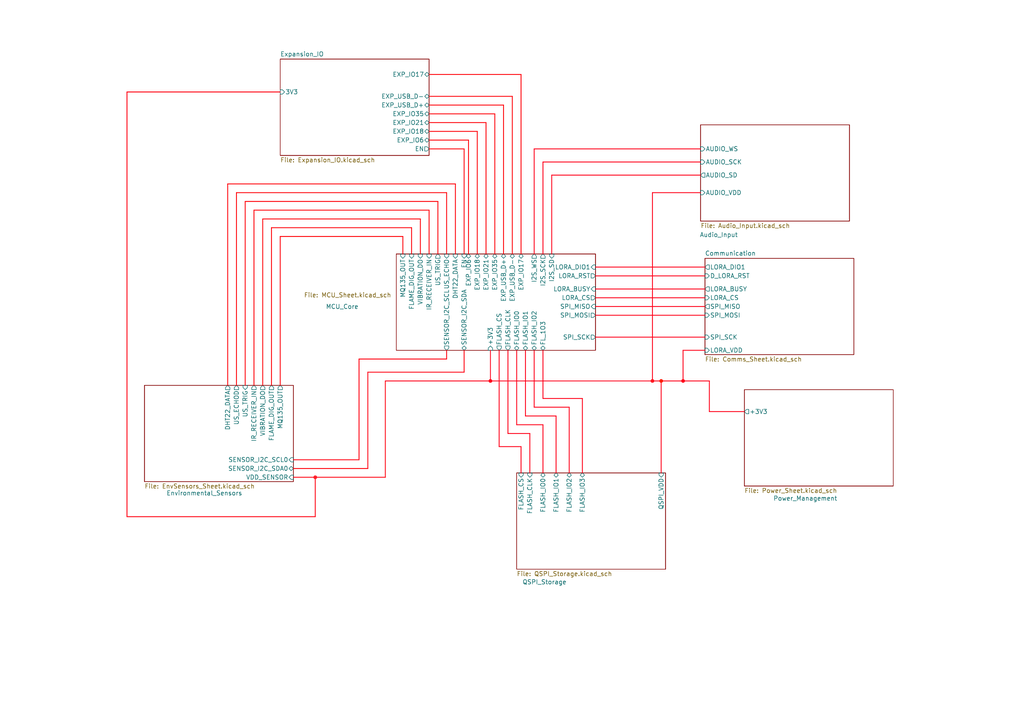
<source format=kicad_sch>
(kicad_sch
	(version 20250114)
	(generator "eeschema")
	(generator_version "9.0")
	(uuid "585dc905-ec5f-492d-84ec-1a3c89419c03")
	(paper "A4")
	(lib_symbols)
	(junction
		(at 191.77 110.49)
		(diameter 0)
		(color 255 19 0 1)
		(uuid "1b12b038-49e9-49c0-92f6-689954acbe16")
	)
	(junction
		(at 198.12 110.49)
		(diameter 0)
		(color 255 0 15 1)
		(uuid "2fc00ae3-4c94-44c6-bb69-6d904c45cfbb")
	)
	(junction
		(at 189.23 110.49)
		(diameter 0)
		(color 255 14 23 1)
		(uuid "7df16d02-fb01-4a9f-9368-648b6f32d177")
	)
	(junction
		(at 91.44 138.43)
		(diameter 0)
		(color 255 21 32 1)
		(uuid "b71d4e9e-d5ba-43db-ab62-dbccb2e4e02b")
	)
	(junction
		(at 142.24 110.49)
		(diameter 0)
		(color 255 3 19 1)
		(uuid "e72aafc9-bbe3-4717-966a-76a849441233")
	)
	(wire
		(pts
			(xy 124.46 43.18) (xy 134.62 43.18)
		)
		(stroke
			(width 0.254)
			(type default)
			(color 255 2 9 1)
		)
		(uuid "01ebe05a-d3ae-4f20-b867-0e74bc4b1d05")
	)
	(wire
		(pts
			(xy 154.94 118.11) (xy 165.1 118.11)
		)
		(stroke
			(width 0.254)
			(type default)
			(color 255 0 24 1)
		)
		(uuid "055695a2-eb1b-45f8-ab30-fcb83ee71e9f")
	)
	(wire
		(pts
			(xy 157.48 123.19) (xy 157.48 137.16)
		)
		(stroke
			(width 0.254)
			(type default)
			(color 255 0 24 1)
		)
		(uuid "06b7643d-10b7-4393-b91b-f12d529bad70")
	)
	(wire
		(pts
			(xy 91.44 138.43) (xy 111.76 138.43)
		)
		(stroke
			(width 0.254)
			(type default)
			(color 255 0 15 1)
		)
		(uuid "06beca5a-89a7-4b10-94fa-94addf792e8e")
	)
	(wire
		(pts
			(xy 147.32 101.6) (xy 147.32 125.73)
		)
		(stroke
			(width 0.254)
			(type default)
			(color 255 0 24 1)
		)
		(uuid "07438b11-6267-4d7a-b278-bc1bfaa55eda")
	)
	(wire
		(pts
			(xy 146.05 30.48) (xy 146.05 73.66)
		)
		(stroke
			(width 0.254)
			(type default)
			(color 255 2 9 1)
		)
		(uuid "0d40b691-9503-4cb5-9e7b-aaad2f5228c8")
	)
	(wire
		(pts
			(xy 172.72 77.47) (xy 204.47 77.47)
		)
		(stroke
			(width 0.254)
			(type default)
			(color 255 0 24 1)
		)
		(uuid "136703f4-391f-4241-a1da-5851e648d219")
	)
	(wire
		(pts
			(xy 132.08 53.34) (xy 132.08 73.66)
		)
		(stroke
			(width 0.254)
			(type default)
			(color 255 2 9 1)
		)
		(uuid "199cf6e2-d412-4b6b-b299-c7bb3c118100")
	)
	(wire
		(pts
			(xy 157.48 46.99) (xy 203.2 46.99)
		)
		(stroke
			(width 0.254)
			(type default)
			(color 255 0 24 1)
		)
		(uuid "1a42c3a9-e378-4080-b9b2-b011a14cc407")
	)
	(wire
		(pts
			(xy 124.46 30.48) (xy 146.05 30.48)
		)
		(stroke
			(width 0.254)
			(type default)
			(color 255 2 9 1)
		)
		(uuid "1dfc7240-561a-4cfe-9d38-f0a5c7f82fc9")
	)
	(wire
		(pts
			(xy 76.2 63.5) (xy 76.2 111.76)
		)
		(stroke
			(width 0.254)
			(type default)
			(color 255 2 9 1)
		)
		(uuid "21ee7e38-cd22-441a-898a-ee625e8512f3")
	)
	(wire
		(pts
			(xy 106.68 135.89) (xy 85.09 135.89)
		)
		(stroke
			(width 0.254)
			(type default)
			(color 255 5 14 1)
		)
		(uuid "22a2d009-6ef9-4825-ac43-505b712fe2c2")
	)
	(wire
		(pts
			(xy 140.97 35.56) (xy 140.97 73.66)
		)
		(stroke
			(width 0.254)
			(type default)
			(color 255 2 9 1)
		)
		(uuid "247676f4-d1e3-4330-aa2f-6345b712e8eb")
	)
	(wire
		(pts
			(xy 135.89 40.64) (xy 135.89 73.66)
		)
		(stroke
			(width 0.254)
			(type default)
			(color 255 2 9 1)
		)
		(uuid "2a1c9a4f-b1c5-41c4-8953-0ceeec6248f6")
	)
	(wire
		(pts
			(xy 73.66 60.96) (xy 124.46 60.96)
		)
		(stroke
			(width 0.254)
			(type default)
			(color 255 2 9 1)
		)
		(uuid "346647b2-3ef9-4bee-9f6e-cc38befd6fd9")
	)
	(wire
		(pts
			(xy 124.46 40.64) (xy 135.89 40.64)
		)
		(stroke
			(width 0.254)
			(type default)
			(color 255 2 9 1)
		)
		(uuid "34afedee-3c70-4948-9d72-6c1864f57461")
	)
	(wire
		(pts
			(xy 168.91 115.57) (xy 168.91 137.16)
		)
		(stroke
			(width 0.254)
			(type default)
			(color 255 0 24 1)
		)
		(uuid "376fa4d0-85eb-4367-b8f0-f7babd4c586b")
	)
	(wire
		(pts
			(xy 106.68 107.95) (xy 106.68 135.89)
		)
		(stroke
			(width 0.254)
			(type default)
			(color 255 5 20 1)
		)
		(uuid "3a0a34de-75eb-4a06-b1d0-8751d6e48274")
	)
	(wire
		(pts
			(xy 144.78 101.6) (xy 144.78 129.54)
		)
		(stroke
			(width 0.254)
			(type default)
			(color 255 0 24 1)
		)
		(uuid "3bcc35a2-a113-4915-9ce6-05fcf3f128b0")
	)
	(wire
		(pts
			(xy 78.74 66.04) (xy 78.74 111.76)
		)
		(stroke
			(width 0.254)
			(type default)
			(color 255 2 9 1)
		)
		(uuid "3de67c4d-5436-4a7d-9161-4a18c6995632")
	)
	(wire
		(pts
			(xy 104.14 104.14) (xy 129.54 104.14)
		)
		(stroke
			(width 0.254)
			(type default)
			(color 255 0 15 1)
		)
		(uuid "3e108af9-44d4-4a99-bc71-81c37695ff64")
	)
	(wire
		(pts
			(xy 124.46 60.96) (xy 124.46 73.66)
		)
		(stroke
			(width 0.254)
			(type default)
			(color 255 2 9 1)
		)
		(uuid "3e93fd2c-44a1-4324-bbac-2f7cc82550e5")
	)
	(wire
		(pts
			(xy 152.4 120.65) (xy 161.29 120.65)
		)
		(stroke
			(width 0.254)
			(type default)
			(color 255 0 24 1)
		)
		(uuid "41d85b5b-240a-4926-9e6e-cc79f1ac19af")
	)
	(wire
		(pts
			(xy 191.77 110.49) (xy 191.77 137.16)
		)
		(stroke
			(width 0.254)
			(type default)
			(color 255 0 24 1)
		)
		(uuid "4368a034-aa06-48cd-baac-7a42e71239f8")
	)
	(wire
		(pts
			(xy 205.74 110.49) (xy 205.74 119.38)
		)
		(stroke
			(width 0.254)
			(type default)
			(color 255 0 24 1)
		)
		(uuid "43a6778e-1adb-40d0-8daf-9f905a550017")
	)
	(wire
		(pts
			(xy 205.74 119.38) (xy 215.9 119.38)
		)
		(stroke
			(width 0.254)
			(type default)
			(color 255 0 24 1)
		)
		(uuid "44746968-7206-4025-bd2e-1823845a9c4d")
	)
	(wire
		(pts
			(xy 198.12 101.6) (xy 204.47 101.6)
		)
		(stroke
			(width 0.254)
			(type default)
			(color 255 0 24 1)
		)
		(uuid "451d1a86-c5f3-45d9-b68b-d695e119f24b")
	)
	(wire
		(pts
			(xy 165.1 118.11) (xy 165.1 137.16)
		)
		(stroke
			(width 0.254)
			(type default)
			(color 255 0 24 1)
		)
		(uuid "4635c2af-8c1a-4f59-ba1b-76cb82fcb0a6")
	)
	(wire
		(pts
			(xy 149.86 123.19) (xy 157.48 123.19)
		)
		(stroke
			(width 0.254)
			(type default)
			(color 255 0 24 1)
		)
		(uuid "466c6d81-0dee-4d5f-abc3-6ba712528b72")
	)
	(wire
		(pts
			(xy 36.83 149.86) (xy 36.83 26.67)
		)
		(stroke
			(width 0.254)
			(type default)
			(color 255 0 15 1)
		)
		(uuid "48c033ac-96fb-42e1-9983-0a55527022c1")
	)
	(wire
		(pts
			(xy 91.44 138.43) (xy 91.44 149.86)
		)
		(stroke
			(width 0.254)
			(type default)
			(color 255 0 15 1)
		)
		(uuid "4b5df93b-b705-405d-ae4b-02e0ae9ef3b6")
	)
	(wire
		(pts
			(xy 68.58 55.88) (xy 129.54 55.88)
		)
		(stroke
			(width 0.254)
			(type default)
			(color 255 2 9 1)
		)
		(uuid "4e79ef8f-1b1d-4f75-840b-2313370c6a94")
	)
	(wire
		(pts
			(xy 134.62 101.6) (xy 134.62 107.95)
		)
		(stroke
			(width 0.254)
			(type default)
			(color 255 0 12 1)
		)
		(uuid "51a499b5-f90c-4680-ba8a-d41bf0c6a8a9")
	)
	(wire
		(pts
			(xy 134.62 43.18) (xy 134.62 73.66)
		)
		(stroke
			(width 0.254)
			(type default)
			(color 255 2 9 1)
		)
		(uuid "52b21e18-6485-4a8a-9443-4371195d9995")
	)
	(wire
		(pts
			(xy 154.94 43.18) (xy 154.94 73.66)
		)
		(stroke
			(width 0.254)
			(type default)
			(color 255 0 24 1)
		)
		(uuid "543a7e91-74aa-4da1-9ba7-f3a1060853bf")
	)
	(wire
		(pts
			(xy 191.77 110.49) (xy 198.12 110.49)
		)
		(stroke
			(width 0.254)
			(type default)
			(color 255 0 24 1)
		)
		(uuid "5664e637-b376-4133-ba49-b383260f7413")
	)
	(wire
		(pts
			(xy 154.94 101.6) (xy 154.94 118.11)
		)
		(stroke
			(width 0.254)
			(type default)
			(color 255 0 24 1)
		)
		(uuid "5da4ecee-99b8-4711-bc01-09e551f8c231")
	)
	(wire
		(pts
			(xy 154.94 43.18) (xy 203.2 43.18)
		)
		(stroke
			(width 0.254)
			(type default)
			(color 255 0 24 1)
		)
		(uuid "5e23d515-3adb-4d87-8d2d-55110105e110")
	)
	(wire
		(pts
			(xy 111.76 110.49) (xy 142.24 110.49)
		)
		(stroke
			(width 0.254)
			(type default)
			(color 255 0 24 1)
		)
		(uuid "61c27915-74de-41e3-97d3-851403ebea13")
	)
	(wire
		(pts
			(xy 91.44 149.86) (xy 36.83 149.86)
		)
		(stroke
			(width 0.254)
			(type default)
			(color 255 0 15 1)
		)
		(uuid "6805f729-692e-48da-b32b-03bad1dfa946")
	)
	(wire
		(pts
			(xy 127 58.42) (xy 127 73.66)
		)
		(stroke
			(width 0.254)
			(type default)
			(color 255 2 9 1)
		)
		(uuid "699c5b69-0f48-4ad8-884f-87018ad369e9")
	)
	(wire
		(pts
			(xy 172.72 86.36) (xy 204.47 86.36)
		)
		(stroke
			(width 0.254)
			(type default)
			(color 255 0 24 1)
		)
		(uuid "6aca2341-74eb-41ca-b03b-9e4d3f594582")
	)
	(wire
		(pts
			(xy 76.2 63.5) (xy 121.92 63.5)
		)
		(stroke
			(width 0.254)
			(type default)
			(color 255 2 9 1)
		)
		(uuid "6cc1d599-b2b3-48cb-a9ea-4b2c9c8851fe")
	)
	(wire
		(pts
			(xy 129.54 55.88) (xy 129.54 73.66)
		)
		(stroke
			(width 0.254)
			(type default)
			(color 255 2 9 1)
		)
		(uuid "73fc8075-7be1-4601-95db-8b5e5a5678fc")
	)
	(wire
		(pts
			(xy 153.67 125.73) (xy 153.67 137.16)
		)
		(stroke
			(width 0.254)
			(type default)
			(color 255 0 24 1)
		)
		(uuid "7639dac4-d838-435f-a8ef-457fffe911c5")
	)
	(wire
		(pts
			(xy 142.24 110.49) (xy 142.24 101.6)
		)
		(stroke
			(width 0.254)
			(type default)
			(color 255 17 41 1)
		)
		(uuid "765f1fb1-b13e-4903-8241-cd6d25907a4d")
	)
	(wire
		(pts
			(xy 138.43 38.1) (xy 138.43 73.66)
		)
		(stroke
			(width 0.254)
			(type default)
			(color 255 2 9 1)
		)
		(uuid "780cb9f4-2e88-4c64-ba90-b5b30bbaa3d2")
	)
	(wire
		(pts
			(xy 160.02 50.8) (xy 160.02 73.66)
		)
		(stroke
			(width 0.254)
			(type default)
			(color 255 0 24 1)
		)
		(uuid "78415f06-1288-4069-8d3b-0fa169f65554")
	)
	(wire
		(pts
			(xy 134.62 107.95) (xy 106.68 107.95)
		)
		(stroke
			(width 0.254)
			(type default)
			(color 255 3 20 1)
		)
		(uuid "7f87852d-2852-41e4-9714-d7dd3197cbc1")
	)
	(wire
		(pts
			(xy 172.72 97.79) (xy 204.47 97.79)
		)
		(stroke
			(width 0.254)
			(type default)
			(color 255 0 24 1)
		)
		(uuid "80e99cdc-336d-4e58-83c3-1a89ce923dc8")
	)
	(wire
		(pts
			(xy 121.92 63.5) (xy 121.92 73.66)
		)
		(stroke
			(width 0.254)
			(type default)
			(color 255 2 9 1)
		)
		(uuid "8441881b-344c-4d1d-b6f8-651ffa49fe18")
	)
	(wire
		(pts
			(xy 71.12 58.42) (xy 71.12 111.76)
		)
		(stroke
			(width 0.254)
			(type default)
			(color 255 2 9 1)
		)
		(uuid "8491675f-c2e8-42b9-b77a-79d75d32c76a")
	)
	(wire
		(pts
			(xy 172.72 80.01) (xy 204.47 80.01)
		)
		(stroke
			(width 0.254)
			(type default)
			(color 255 0 24 1)
		)
		(uuid "8841c3b9-bd7f-4200-8065-5692be444f7f")
	)
	(wire
		(pts
			(xy 111.76 138.43) (xy 111.76 110.49)
		)
		(stroke
			(width 0.254)
			(type default)
			(color 255 9 21 1)
		)
		(uuid "8f727aac-2018-468e-8b3f-d689055c2ac5")
	)
	(wire
		(pts
			(xy 161.29 120.65) (xy 161.29 137.16)
		)
		(stroke
			(width 0.254)
			(type default)
			(color 255 0 24 1)
		)
		(uuid "943e9724-e962-4999-94fe-18158832fd52")
	)
	(wire
		(pts
			(xy 81.28 68.58) (xy 116.84 68.58)
		)
		(stroke
			(width 0.254)
			(type default)
			(color 255 2 9 1)
		)
		(uuid "981fcc27-0897-40ed-86d8-183dcfb83181")
	)
	(wire
		(pts
			(xy 116.84 68.58) (xy 116.84 73.66)
		)
		(stroke
			(width 0.254)
			(type default)
			(color 255 2 9 1)
		)
		(uuid "9b0a07d1-5a21-491e-b600-32790c04f015")
	)
	(wire
		(pts
			(xy 143.51 33.02) (xy 143.51 73.66)
		)
		(stroke
			(width 0.254)
			(type default)
			(color 255 2 9 1)
		)
		(uuid "9b51f583-4d56-4649-a840-03183e7a6c43")
	)
	(wire
		(pts
			(xy 68.58 55.88) (xy 68.58 111.76)
		)
		(stroke
			(width 0.254)
			(type default)
			(color 255 2 9 1)
		)
		(uuid "9bec21db-be68-4667-a210-2b1fa22c9cd7")
	)
	(wire
		(pts
			(xy 157.48 46.99) (xy 157.48 73.66)
		)
		(stroke
			(width 0.254)
			(type default)
			(color 255 0 24 1)
		)
		(uuid "9d4fe6b9-4540-433d-a072-94ebc6c2ce4f")
	)
	(wire
		(pts
			(xy 124.46 21.59) (xy 151.13 21.59)
		)
		(stroke
			(width 0.254)
			(type default)
			(color 255 2 9 1)
		)
		(uuid "a0ea0c4b-cfd1-4dad-bd17-bf0c3427476a")
	)
	(wire
		(pts
			(xy 160.02 50.8) (xy 203.2 50.8)
		)
		(stroke
			(width 0.254)
			(type default)
			(color 255 0 24 1)
		)
		(uuid "a3478ff8-c22b-4429-a44a-79201b2d297d")
	)
	(wire
		(pts
			(xy 148.59 27.94) (xy 148.59 73.66)
		)
		(stroke
			(width 0.254)
			(type default)
			(color 255 2 9 1)
		)
		(uuid "a55ab137-c78a-47d7-9749-118b3167de1b")
	)
	(wire
		(pts
			(xy 172.72 88.9) (xy 204.47 88.9)
		)
		(stroke
			(width 0.254)
			(type default)
			(color 255 0 24 1)
		)
		(uuid "ab684758-5399-474a-81db-d99891650318")
	)
	(wire
		(pts
			(xy 85.09 138.43) (xy 91.44 138.43)
		)
		(stroke
			(width 0.254)
			(type default)
			(color 255 0 15 1)
		)
		(uuid "b25b119f-ccbf-4af8-8fd4-6011251a582e")
	)
	(wire
		(pts
			(xy 189.23 110.49) (xy 191.77 110.49)
		)
		(stroke
			(width 0.254)
			(type default)
			(color 255 0 24 1)
		)
		(uuid "b465dfcf-6509-4254-a4ed-43ff4072c6c4")
	)
	(wire
		(pts
			(xy 189.23 55.88) (xy 189.23 110.49)
		)
		(stroke
			(width 0.254)
			(type default)
			(color 255 0 24 1)
		)
		(uuid "b4a5adae-74e3-4c7c-bc0a-5e248dc2b3d3")
	)
	(wire
		(pts
			(xy 81.28 68.58) (xy 81.28 111.76)
		)
		(stroke
			(width 0.254)
			(type default)
			(color 255 2 9 1)
		)
		(uuid "b53dbf06-f373-4c0f-821c-65bca6bb4a03")
	)
	(wire
		(pts
			(xy 198.12 110.49) (xy 198.12 101.6)
		)
		(stroke
			(width 0.254)
			(type default)
			(color 255 0 24 1)
		)
		(uuid "b92038b6-10e0-4d2b-b3db-14ad27f79bc4")
	)
	(wire
		(pts
			(xy 124.46 27.94) (xy 148.59 27.94)
		)
		(stroke
			(width 0.254)
			(type default)
			(color 255 2 9 1)
		)
		(uuid "bac51319-8233-4b7f-b80a-fe645d410320")
	)
	(wire
		(pts
			(xy 124.46 35.56) (xy 140.97 35.56)
		)
		(stroke
			(width 0.254)
			(type default)
			(color 255 2 9 1)
		)
		(uuid "bd0c40a9-a22a-4f13-a6de-007f31dbb549")
	)
	(wire
		(pts
			(xy 189.23 55.88) (xy 203.2 55.88)
		)
		(stroke
			(width 0.254)
			(type default)
			(color 255 0 24 1)
		)
		(uuid "bd16b10a-3c15-4dd1-a71e-288773905bf4")
	)
	(wire
		(pts
			(xy 172.72 83.82) (xy 204.47 83.82)
		)
		(stroke
			(width 0.254)
			(type default)
			(color 255 0 24 1)
		)
		(uuid "bda1c6c8-853f-4903-8ad5-7fae60643bca")
	)
	(wire
		(pts
			(xy 153.67 125.73) (xy 147.32 125.73)
		)
		(stroke
			(width 0.254)
			(type default)
			(color 255 0 24 1)
		)
		(uuid "bdef04e5-dee3-4032-bf22-d667a3358960")
	)
	(wire
		(pts
			(xy 124.46 33.02) (xy 143.51 33.02)
		)
		(stroke
			(width 0.254)
			(type default)
			(color 255 2 9 1)
		)
		(uuid "bece491c-5251-4833-850e-fd84221e95b9")
	)
	(wire
		(pts
			(xy 198.12 110.49) (xy 205.74 110.49)
		)
		(stroke
			(width 0.254)
			(type default)
			(color 255 0 24 1)
		)
		(uuid "bf937cbf-1577-47c1-a660-68d560aca602")
	)
	(wire
		(pts
			(xy 119.38 66.04) (xy 119.38 73.66)
		)
		(stroke
			(width 0.254)
			(type default)
			(color 255 2 9 1)
		)
		(uuid "c0605823-3e02-45ff-ba2a-513d04790a0a")
	)
	(wire
		(pts
			(xy 157.48 101.6) (xy 157.48 115.57)
		)
		(stroke
			(width 0.254)
			(type default)
			(color 255 0 24 1)
		)
		(uuid "c1bfe536-a04e-42b9-8532-2c1b160b5b8f")
	)
	(wire
		(pts
			(xy 157.48 115.57) (xy 168.91 115.57)
		)
		(stroke
			(width 0.254)
			(type default)
			(color 255 0 24 1)
		)
		(uuid "c4b9a7c1-1f9c-44db-ae3d-16aa1861a866")
	)
	(wire
		(pts
			(xy 78.74 66.04) (xy 119.38 66.04)
		)
		(stroke
			(width 0.254)
			(type default)
			(color 255 2 9 1)
		)
		(uuid "c4e18c2b-8f5d-4711-8d06-d3c4af363407")
	)
	(wire
		(pts
			(xy 149.86 101.6) (xy 149.86 123.19)
		)
		(stroke
			(width 0.254)
			(type default)
			(color 255 0 24 1)
		)
		(uuid "c68a5945-51a3-434d-ab88-3c6052a2fceb")
	)
	(wire
		(pts
			(xy 73.66 60.96) (xy 73.66 111.76)
		)
		(stroke
			(width 0.254)
			(type default)
			(color 255 2 9 1)
		)
		(uuid "ccc19a71-91ee-4395-bb43-11078a52e28c")
	)
	(wire
		(pts
			(xy 85.09 133.35) (xy 104.14 133.35)
		)
		(stroke
			(width 0.254)
			(type default)
			(color 255 0 15 1)
		)
		(uuid "ccfebb51-cd5e-45fa-a090-4ad1f7d5066f")
	)
	(wire
		(pts
			(xy 152.4 101.6) (xy 152.4 120.65)
		)
		(stroke
			(width 0.254)
			(type default)
			(color 255 0 24 1)
		)
		(uuid "ce333987-cbbd-471e-b1fa-e0d81222bf8f")
	)
	(wire
		(pts
			(xy 36.83 26.67) (xy 81.28 26.67)
		)
		(stroke
			(width 0.254)
			(type default)
			(color 255 0 15 1)
		)
		(uuid "d6e42e6c-e372-4344-b2a3-f9d9910ac562")
	)
	(wire
		(pts
			(xy 124.46 38.1) (xy 138.43 38.1)
		)
		(stroke
			(width 0.254)
			(type default)
			(color 255 2 9 1)
		)
		(uuid "d73bcf3d-3b44-4ac5-aa59-928b6631c8ab")
	)
	(wire
		(pts
			(xy 66.04 53.34) (xy 132.08 53.34)
		)
		(stroke
			(width 0.254)
			(type default)
			(color 255 2 9 1)
		)
		(uuid "db3bb589-fbcb-4420-93ca-4f8e97e8afb3")
	)
	(wire
		(pts
			(xy 66.04 53.34) (xy 66.04 111.76)
		)
		(stroke
			(width 0.254)
			(type default)
			(color 255 2 9 1)
		)
		(uuid "e0b2301c-8b3d-4b7f-b4d1-16702f6f35a1")
	)
	(wire
		(pts
			(xy 144.78 129.54) (xy 151.13 129.54)
		)
		(stroke
			(width 0.254)
			(type default)
			(color 255 0 24 1)
		)
		(uuid "e47054ac-21de-4792-859a-3b74003ada50")
	)
	(wire
		(pts
			(xy 172.72 91.44) (xy 204.47 91.44)
		)
		(stroke
			(width 0.254)
			(type default)
			(color 255 0 24 1)
		)
		(uuid "e610a503-d85a-449c-bd24-dc8136120ba2")
	)
	(wire
		(pts
			(xy 71.12 58.42) (xy 127 58.42)
		)
		(stroke
			(width 0.254)
			(type default)
			(color 255 2 9 1)
		)
		(uuid "e6e94683-a74a-47f5-b8b9-a5234a602a65")
	)
	(wire
		(pts
			(xy 151.13 21.59) (xy 151.13 73.66)
		)
		(stroke
			(width 0.254)
			(type default)
			(color 255 2 9 1)
		)
		(uuid "ea6db27f-d742-47ad-8b41-35c9a1816b0f")
	)
	(wire
		(pts
			(xy 151.13 129.54) (xy 151.13 137.16)
		)
		(stroke
			(width 0.254)
			(type default)
			(color 255 0 24 1)
		)
		(uuid "f9357238-0411-40b1-9f5d-b4c6dcaee9b7")
	)
	(wire
		(pts
			(xy 104.14 133.35) (xy 104.14 104.14)
		)
		(stroke
			(width 0.254)
			(type default)
			(color 255 0 15 1)
		)
		(uuid "fc9f0015-ee4c-4e5a-a61c-c53e7b7d3e60")
	)
	(wire
		(pts
			(xy 142.24 110.49) (xy 189.23 110.49)
		)
		(stroke
			(width 0.254)
			(type default)
			(color 255 17 41 1)
		)
		(uuid "fca3a204-a0c5-4fe9-bf41-0095204cb37a")
	)
	(wire
		(pts
			(xy 129.54 104.14) (xy 129.54 101.6)
		)
		(stroke
			(width 0.254)
			(type default)
			(color 255 0 15 1)
		)
		(uuid "ff7cbc11-dfce-4b55-9076-215a678819a8")
	)
	(sheet
		(at 149.86 137.16)
		(size 43.18 27.94)
		(exclude_from_sim no)
		(in_bom yes)
		(on_board yes)
		(dnp no)
		(stroke
			(width 0.1524)
			(type solid)
		)
		(fill
			(color 0 0 0 0.0000)
		)
		(uuid "1009e218-ba85-44ba-8aa8-58088aa99626")
		(property "Sheetname" "QSPI_Storage"
			(at 151.511 169.545 0)
			(effects
				(font
					(size 1.27 1.27)
				)
				(justify left bottom)
			)
		)
		(property "Sheetfile" "QSPI_Storage.kicad_sch"
			(at 149.86 165.6846 0)
			(effects
				(font
					(size 1.27 1.27)
				)
				(justify left top)
			)
		)
		(pin "FLASH_CLK" input
			(at 153.67 137.16 90)
			(uuid "9c474396-e89a-4a6c-89bc-dfe7f198dd08")
			(effects
				(font
					(size 1.27 1.27)
				)
				(justify right)
			)
		)
		(pin "FLASH_CS" input
			(at 151.13 137.16 90)
			(uuid "bc0416ee-9e65-4407-84ec-03d7119623b0")
			(effects
				(font
					(size 1.27 1.27)
				)
				(justify right)
			)
		)
		(pin "FLASH_IO0" bidirectional
			(at 157.48 137.16 90)
			(uuid "94c51c07-18f9-4cdf-92af-26b435550638")
			(effects
				(font
					(size 1.27 1.27)
				)
				(justify right)
			)
		)
		(pin "FLASH_IO1" bidirectional
			(at 161.29 137.16 90)
			(uuid "e968af4c-a09f-45a9-8dc4-3d79b147ed7a")
			(effects
				(font
					(size 1.27 1.27)
				)
				(justify right)
			)
		)
		(pin "FLASH_IO2" bidirectional
			(at 165.1 137.16 90)
			(uuid "c6b42eab-33bd-4dd8-b404-e80fc2f78e28")
			(effects
				(font
					(size 1.27 1.27)
				)
				(justify right)
			)
		)
		(pin "FLASH_IO3" bidirectional
			(at 168.91 137.16 90)
			(uuid "f84097b1-7139-4b62-8b4f-f458300dbbca")
			(effects
				(font
					(size 1.27 1.27)
				)
				(justify right)
			)
		)
		(pin "QSPI_VDD" input
			(at 191.77 137.16 90)
			(uuid "60a00207-0ac7-491e-9e0b-e452fda657c9")
			(effects
				(font
					(size 1.27 1.27)
				)
				(justify right)
			)
		)
		(instances
			(project "EnviroGuard-AI"
				(path "/585dc905-ec5f-492d-84ec-1a3c89419c03"
					(page "6")
				)
			)
		)
	)
	(sheet
		(at 203.2 36.195)
		(size 43.18 27.94)
		(exclude_from_sim no)
		(in_bom yes)
		(on_board yes)
		(dnp no)
		(stroke
			(width 0.1524)
			(type solid)
		)
		(fill
			(color 0 0 0 0.0000)
		)
		(uuid "1653bb51-bbba-48c6-85c1-67ff493ca3cd")
		(property "Sheetname" "Audio_Input"
			(at 202.946 68.834 0)
			(effects
				(font
					(size 1.27 1.27)
				)
				(justify left bottom)
			)
		)
		(property "Sheetfile" "Audio_Input.kicad_sch"
			(at 203.2 64.7196 0)
			(effects
				(font
					(size 1.27 1.27)
				)
				(justify left top)
			)
		)
		(pin "AUDIO_SCK" input
			(at 203.2 46.99 180)
			(uuid "bf0075c7-de2f-44c6-b928-4a919817c82f")
			(effects
				(font
					(size 1.27 1.27)
				)
				(justify left)
			)
		)
		(pin "AUDIO_SD" output
			(at 203.2 50.8 180)
			(uuid "06d77491-ff9e-452a-a863-7c53d5440472")
			(effects
				(font
					(size 1.27 1.27)
				)
				(justify left)
			)
		)
		(pin "AUDIO_VDD" input
			(at 203.2 55.88 180)
			(uuid "7c089584-bb84-444b-a04d-f943457dd28d")
			(effects
				(font
					(size 1.27 1.27)
				)
				(justify left)
			)
		)
		(pin "AUDIO_WS" input
			(at 203.2 43.18 180)
			(uuid "25e5ed77-ba3b-43bf-bb8e-94b1747e5366")
			(effects
				(font
					(size 1.27 1.27)
				)
				(justify left)
			)
		)
		(instances
			(project "EnviroGuard-AI"
				(path "/585dc905-ec5f-492d-84ec-1a3c89419c03"
					(page "5")
				)
			)
		)
	)
	(sheet
		(at 215.9 113.03)
		(size 43.18 27.94)
		(exclude_from_sim no)
		(in_bom yes)
		(on_board yes)
		(dnp no)
		(stroke
			(width 0.1524)
			(type solid)
		)
		(fill
			(color 0 0 0 0.0000)
		)
		(uuid "1d0f3108-3ff9-4a71-be60-911b90cc29c2")
		(property "Sheetname" "Power_Management"
			(at 224.282 145.288 0)
			(effects
				(font
					(size 1.27 1.27)
				)
				(justify left bottom)
			)
		)
		(property "Sheetfile" "Power_Sheet.kicad_sch"
			(at 215.9 141.5546 0)
			(effects
				(font
					(size 1.27 1.27)
				)
				(justify left top)
			)
		)
		(pin "+3V3" output
			(at 215.9 119.38 180)
			(uuid "b424ab75-9d56-4eb0-bcb6-22188b4dbad1")
			(effects
				(font
					(size 1.27 1.27)
				)
				(justify left)
			)
		)
		(instances
			(project "EnviroGuard-AI"
				(path "/585dc905-ec5f-492d-84ec-1a3c89419c03"
					(page "8")
				)
			)
		)
	)
	(sheet
		(at 81.28 17.145)
		(size 43.18 27.94)
		(exclude_from_sim no)
		(in_bom yes)
		(on_board yes)
		(dnp no)
		(fields_autoplaced yes)
		(stroke
			(width 0.1524)
			(type solid)
		)
		(fill
			(color 0 0 0 0.0000)
		)
		(uuid "38ef39b9-f9ca-49dc-a0af-b552606baa6b")
		(property "Sheetname" "Expansion_IO"
			(at 81.28 16.4334 0)
			(effects
				(font
					(size 1.27 1.27)
				)
				(justify left bottom)
			)
		)
		(property "Sheetfile" "Expansion_IO.kicad_sch"
			(at 81.28 45.6696 0)
			(effects
				(font
					(size 1.27 1.27)
				)
				(justify left top)
			)
		)
		(pin "3V3" input
			(at 81.28 26.67 180)
			(uuid "58700dba-3c8a-4e52-9497-da1685f5060c")
			(effects
				(font
					(size 1.27 1.27)
				)
				(justify left)
			)
		)
		(pin "EXP_IO6" bidirectional
			(at 124.46 40.64 0)
			(uuid "10710607-ae7b-4581-b74e-9c02ec1b3281")
			(effects
				(font
					(size 1.27 1.27)
				)
				(justify right)
			)
		)
		(pin "EXP_IO17" bidirectional
			(at 124.46 21.59 0)
			(uuid "303cda49-846b-467c-88d8-ce46e9a4051b")
			(effects
				(font
					(size 1.27 1.27)
				)
				(justify right)
			)
		)
		(pin "EXP_IO18" bidirectional
			(at 124.46 38.1 0)
			(uuid "5427dcfe-1bd5-4054-a4de-7a641a868dad")
			(effects
				(font
					(size 1.27 1.27)
				)
				(justify right)
			)
		)
		(pin "EXP_IO21" bidirectional
			(at 124.46 35.56 0)
			(uuid "af037038-d9ed-48d3-a3a8-f36402217387")
			(effects
				(font
					(size 1.27 1.27)
				)
				(justify right)
			)
		)
		(pin "EXP_IO35" bidirectional
			(at 124.46 33.02 0)
			(uuid "361684c0-21dc-457e-bff6-d6efcc8bfd3b")
			(effects
				(font
					(size 1.27 1.27)
				)
				(justify right)
			)
		)
		(pin "EXP_USB_D+" bidirectional
			(at 124.46 30.48 0)
			(uuid "e652fb1a-4031-4d37-93c4-b5aba627c618")
			(effects
				(font
					(size 1.27 1.27)
				)
				(justify right)
			)
		)
		(pin "EXP_USB_D-" bidirectional
			(at 124.46 27.94 0)
			(uuid "55f3b8e0-fdd2-4199-95a6-0a5fa0402ffa")
			(effects
				(font
					(size 1.27 1.27)
				)
				(justify right)
			)
		)
		(pin "EN" output
			(at 124.46 43.18 0)
			(uuid "c943b171-f1ee-48d4-a152-b0576bf21605")
			(effects
				(font
					(size 1.27 1.27)
				)
				(justify right)
			)
		)
		(instances
			(project "EnviroGuard-AI"
				(path "/585dc905-ec5f-492d-84ec-1a3c89419c03"
					(page "9")
				)
			)
		)
	)
	(sheet
		(at 41.91 111.76)
		(size 43.18 27.94)
		(exclude_from_sim no)
		(in_bom yes)
		(on_board yes)
		(dnp no)
		(stroke
			(width 0.1524)
			(type solid)
		)
		(fill
			(color 0 0 0 0.0000)
		)
		(uuid "81a171f9-b050-4e94-a66f-25255bba356a")
		(property "Sheetname" "Environmental_Sensors"
			(at 48.26 143.764 0)
			(effects
				(font
					(size 1.27 1.27)
				)
				(justify left bottom)
			)
		)
		(property "Sheetfile" "EnvSensors_Sheet.kicad_sch"
			(at 41.91 140.2846 0)
			(effects
				(font
					(size 1.27 1.27)
				)
				(justify left top)
			)
		)
		(pin "SENSOR_I2C_SCL0" input
			(at 85.09 133.35 0)
			(uuid "e41a0cd1-59a4-4344-884f-5910a9c97e1e")
			(effects
				(font
					(size 1.27 1.27)
				)
				(justify right)
			)
		)
		(pin "SENSOR_I2C_SDA0" bidirectional
			(at 85.09 135.89 0)
			(uuid "741c3d30-9d35-4c73-b43f-11f4668f2ce7")
			(effects
				(font
					(size 1.27 1.27)
				)
				(justify right)
			)
		)
		(pin "VDD_SENSOR" input
			(at 85.09 138.43 0)
			(uuid "9280f0d9-b7e3-4a65-a67c-486f5bd5a85d")
			(effects
				(font
					(size 1.27 1.27)
				)
				(justify right)
			)
		)
		(pin "MQ135_OUT" output
			(at 81.28 111.76 90)
			(uuid "2d4a9a3e-42eb-41fa-a714-05028180fec1")
			(effects
				(font
					(size 1.27 1.27)
				)
				(justify right)
			)
		)
		(pin "FLAME_DIG_OUT" output
			(at 78.74 111.76 90)
			(uuid "ee46887f-bb97-4a52-8c0f-738898f3f50e")
			(effects
				(font
					(size 1.27 1.27)
				)
				(justify right)
			)
		)
		(pin "VIBRATION_DO" output
			(at 76.2 111.76 90)
			(uuid "496e14ca-55c0-46a8-9e58-e6c8d26a9195")
			(effects
				(font
					(size 1.27 1.27)
				)
				(justify right)
			)
		)
		(pin "IR_RECEIVER_IN" output
			(at 73.66 111.76 90)
			(uuid "14d0dee6-9f7f-46c5-9ee3-983603a67d4a")
			(effects
				(font
					(size 1.27 1.27)
				)
				(justify right)
			)
		)
		(pin "US_ECHOD" output
			(at 68.58 111.76 90)
			(uuid "10ddc149-6fb2-44ba-b552-2f4b5c6e6497")
			(effects
				(font
					(size 1.27 1.27)
				)
				(justify right)
			)
		)
		(pin "US_TRIG" input
			(at 71.12 111.76 90)
			(uuid "041cf78c-485a-4069-987c-8864ae710427")
			(effects
				(font
					(size 1.27 1.27)
				)
				(justify right)
			)
		)
		(pin "DHT22_DATA" output
			(at 66.04 111.76 90)
			(uuid "23f6675c-5b80-4958-9900-7503d08fe8dc")
			(effects
				(font
					(size 1.27 1.27)
				)
				(justify right)
			)
		)
		(instances
			(project "EnviroGuard-AI"
				(path "/585dc905-ec5f-492d-84ec-1a3c89419c03"
					(page "3")
				)
			)
		)
	)
	(sheet
		(at 204.47 74.93)
		(size 43.18 27.94)
		(exclude_from_sim no)
		(in_bom yes)
		(on_board yes)
		(dnp no)
		(fields_autoplaced yes)
		(stroke
			(width 0.1524)
			(type solid)
		)
		(fill
			(color 0 0 0 0.0000)
		)
		(uuid "9419fa31-92a2-41ab-89ae-e5c335682401")
		(property "Sheetname" "Communication"
			(at 204.47 74.2184 0)
			(effects
				(font
					(size 1.27 1.27)
				)
				(justify left bottom)
			)
		)
		(property "Sheetfile" "Comms_Sheet.kicad_sch"
			(at 204.47 103.4546 0)
			(effects
				(font
					(size 1.27 1.27)
				)
				(justify left top)
			)
		)
		(pin "D_LORA_RST" input
			(at 204.47 80.01 180)
			(uuid "823661ee-0dba-42c9-8438-e0f76bfe1723")
			(effects
				(font
					(size 1.27 1.27)
				)
				(justify left)
			)
		)
		(pin "LORA_BUSY" output
			(at 204.47 83.82 180)
			(uuid "2a2ac5d5-e931-413b-8d0d-8cd07ed9bf60")
			(effects
				(font
					(size 1.27 1.27)
				)
				(justify left)
			)
		)
		(pin "LORA_CS" input
			(at 204.47 86.36 180)
			(uuid "c118327d-65c5-4407-a763-3b9ad35475ea")
			(effects
				(font
					(size 1.27 1.27)
				)
				(justify left)
			)
		)
		(pin "LORA_VDD" input
			(at 204.47 101.6 180)
			(uuid "8f72c5d6-89f5-4c81-8fbe-3b48f2f19c26")
			(effects
				(font
					(size 1.27 1.27)
				)
				(justify left)
			)
		)
		(pin "SPI_MISO" output
			(at 204.47 88.9 180)
			(uuid "b7f308cc-84e1-4e6a-9498-a133ce7b4af7")
			(effects
				(font
					(size 1.27 1.27)
				)
				(justify left)
			)
		)
		(pin "SPI_MOSI" input
			(at 204.47 91.44 180)
			(uuid "deda73a9-c7d9-4b4d-b5a2-8fda88c4b6a0")
			(effects
				(font
					(size 1.27 1.27)
				)
				(justify left)
			)
		)
		(pin "SPI_SCK" input
			(at 204.47 97.79 180)
			(uuid "45d97d3d-fdeb-4726-ae69-261ee1e8d8d0")
			(effects
				(font
					(size 1.27 1.27)
				)
				(justify left)
			)
		)
		(pin "LORA_DIO1" output
			(at 204.47 77.47 180)
			(uuid "538098c5-e4a2-4fe5-99ba-f8ff4e92d0b4")
			(effects
				(font
					(size 1.27 1.27)
				)
				(justify left)
			)
		)
		(instances
			(project "EnviroGuard-AI"
				(path "/585dc905-ec5f-492d-84ec-1a3c89419c03"
					(page "7")
				)
			)
		)
	)
	(sheet
		(at 114.935 73.66)
		(size 57.785 27.94)
		(exclude_from_sim no)
		(in_bom yes)
		(on_board yes)
		(dnp no)
		(stroke
			(width 0.1524)
			(type solid)
		)
		(fill
			(color 0 0 0 0.0000)
		)
		(uuid "e7383a56-ff73-44ab-b471-ca3e6d89114b")
		(property "Sheetname" "MCU_Core"
			(at 94.488 89.662 0)
			(effects
				(font
					(size 1.27 1.27)
				)
				(justify left bottom)
			)
		)
		(property "Sheetfile" "MCU_Sheet.kicad_sch"
			(at 88.138 84.836 0)
			(effects
				(font
					(size 1.27 1.27)
				)
				(justify left top)
			)
		)
		(pin "+3V3" input
			(at 142.24 101.6 270)
			(uuid "9d0d7100-3198-46ff-b391-c8f6e0064531")
			(effects
				(font
					(size 1.27 1.27)
				)
				(justify left)
			)
		)
		(pin "FLASH_CS" output
			(at 144.78 101.6 270)
			(uuid "690fbcad-90d0-4727-988e-2ce7debdc583")
			(effects
				(font
					(size 1.27 1.27)
				)
				(justify left)
			)
		)
		(pin "I2S_SCK" output
			(at 157.48 73.66 90)
			(uuid "2fd6ca44-3672-44a7-81ae-000c98fa08bf")
			(effects
				(font
					(size 1.27 1.27)
				)
				(justify right)
			)
		)
		(pin "I2S_SD" input
			(at 160.02 73.66 90)
			(uuid "16816fa5-f597-4b30-a6dc-91ecd4f3b985")
			(effects
				(font
					(size 1.27 1.27)
				)
				(justify right)
			)
		)
		(pin "I2S_WS" output
			(at 154.94 73.66 90)
			(uuid "710c9f05-2e7e-4a3d-a00c-554782da8d37")
			(effects
				(font
					(size 1.27 1.27)
				)
				(justify right)
			)
		)
		(pin "IR_RECEIVER_IN" input
			(at 124.46 73.66 90)
			(uuid "52a9b947-8193-45db-b272-876f87465b44")
			(effects
				(font
					(size 1.27 1.27)
				)
				(justify right)
			)
		)
		(pin "LORA_CS" output
			(at 172.72 86.36 0)
			(uuid "188dbaac-202b-48c3-9c32-6eefeb4d9ada")
			(effects
				(font
					(size 1.27 1.27)
				)
				(justify right)
			)
		)
		(pin "LORA_DIO1" input
			(at 172.72 77.47 0)
			(uuid "7f8e2cc7-2180-43d2-9533-10b615ba9e5d")
			(effects
				(font
					(size 1.27 1.27)
				)
				(justify right)
			)
		)
		(pin "LORA_RST" output
			(at 172.72 80.01 0)
			(uuid "c9f4f5b6-547b-4f02-9857-267c434e3ff3")
			(effects
				(font
					(size 1.27 1.27)
				)
				(justify right)
			)
		)
		(pin "MQ135_OUT" input
			(at 116.84 73.66 90)
			(uuid "d3cf3c61-cb84-4527-ae47-2e725189f51d")
			(effects
				(font
					(size 1.27 1.27)
				)
				(justify right)
			)
		)
		(pin "SENSOR_I2C_SCL" output
			(at 129.54 101.6 270)
			(uuid "3ff3aaef-68c7-473c-b56e-5c0c737c2181")
			(effects
				(font
					(size 1.27 1.27)
				)
				(justify left)
			)
		)
		(pin "SENSOR_I2C_SDA" bidirectional
			(at 134.62 101.6 270)
			(uuid "8f91b5fd-4876-4409-8521-6029ba63eec8")
			(effects
				(font
					(size 1.27 1.27)
				)
				(justify left)
			)
		)
		(pin "SPI_MISO" input
			(at 172.72 88.9 0)
			(uuid "b128b21e-768e-4958-982c-a069f6c4337f")
			(effects
				(font
					(size 1.27 1.27)
				)
				(justify right)
			)
		)
		(pin "SPI_MOSI" output
			(at 172.72 91.44 0)
			(uuid "01f981da-f17e-43f0-be61-a7dc1babfae9")
			(effects
				(font
					(size 1.27 1.27)
				)
				(justify right)
			)
		)
		(pin "SPI_SCK" output
			(at 172.72 97.79 0)
			(uuid "e498c296-72b5-471c-be77-5a923a16ecaf")
			(effects
				(font
					(size 1.27 1.27)
				)
				(justify right)
			)
		)
		(pin "US_ECHO" input
			(at 129.54 73.66 90)
			(uuid "d1a3d85d-91f6-46c7-bb90-717a87883d37")
			(effects
				(font
					(size 1.27 1.27)
				)
				(justify right)
			)
		)
		(pin "US_TRIG" output
			(at 127 73.66 90)
			(uuid "f63a083e-ada6-4c0c-a38d-13fb761655c2")
			(effects
				(font
					(size 1.27 1.27)
				)
				(justify right)
			)
		)
		(pin "FLAME_DIG_OUT" input
			(at 119.38 73.66 90)
			(uuid "f9a5ff42-c312-4eda-b1e1-7c5c5294ce97")
			(effects
				(font
					(size 1.27 1.27)
				)
				(justify right)
			)
		)
		(pin "VIBRATION_DO" input
			(at 121.92 73.66 90)
			(uuid "8f8e9275-b3f1-4e9e-a425-2060868451bb")
			(effects
				(font
					(size 1.27 1.27)
				)
				(justify right)
			)
		)
		(pin "DHT22_DATA" input
			(at 132.08 73.66 90)
			(uuid "89b25226-c033-46cf-8e84-63c58e96d569")
			(effects
				(font
					(size 1.27 1.27)
				)
				(justify right)
			)
		)
		(pin "LORA_BUSY" input
			(at 172.72 83.82 0)
			(uuid "ab4ad1e5-5787-40d7-b162-d6c3e6bb88a5")
			(effects
				(font
					(size 1.27 1.27)
				)
				(justify right)
			)
		)
		(pin "FLASH_CLK" output
			(at 147.32 101.6 270)
			(uuid "0d3f5369-1e7f-4c01-9b4f-2f452bf2f42b")
			(effects
				(font
					(size 1.27 1.27)
				)
				(justify left)
			)
		)
		(pin "FLASH_IO0" bidirectional
			(at 149.86 101.6 270)
			(uuid "92ae101d-25b8-4e73-bc8e-60329d562c44")
			(effects
				(font
					(size 1.27 1.27)
				)
				(justify left)
			)
		)
		(pin "FLASH_IO1" bidirectional
			(at 152.4 101.6 270)
			(uuid "7aa00aa5-9514-4fb4-b679-2f1482f1fb85")
			(effects
				(font
					(size 1.27 1.27)
				)
				(justify left)
			)
		)
		(pin "FLASH_IO2" bidirectional
			(at 154.94 101.6 270)
			(uuid "16ef6131-6e6b-4c36-b57f-d9d1b3533cc8")
			(effects
				(font
					(size 1.27 1.27)
				)
				(justify left)
			)
		)
		(pin "FL_1O3" bidirectional
			(at 157.48 101.6 270)
			(uuid "f1192b45-b8c0-424a-9628-fce7d5cc91a0")
			(effects
				(font
					(size 1.27 1.27)
				)
				(justify left)
			)
		)
		(pin "EXP_IO6" bidirectional
			(at 135.89 73.66 90)
			(uuid "14c94e75-52ce-4666-b307-a5046cd5ab22")
			(effects
				(font
					(size 1.27 1.27)
				)
				(justify right)
			)
		)
		(pin "EXP_IO18" bidirectional
			(at 138.43 73.66 90)
			(uuid "d9d87a7f-bc30-49ce-b5f3-1b28d5e7d0b7")
			(effects
				(font
					(size 1.27 1.27)
				)
				(justify right)
			)
		)
		(pin "EXP_IO21" bidirectional
			(at 140.97 73.66 90)
			(uuid "2fefcdb6-54d3-4d43-b7f1-d3915f3fe9f3")
			(effects
				(font
					(size 1.27 1.27)
				)
				(justify right)
			)
		)
		(pin "EXP_IO35" bidirectional
			(at 143.51 73.66 90)
			(uuid "9b9e221d-0023-400f-be84-ba5d66253ee0")
			(effects
				(font
					(size 1.27 1.27)
				)
				(justify right)
			)
		)
		(pin "EXP_USB_D+" bidirectional
			(at 146.05 73.66 90)
			(uuid "b55bbc9f-6bf3-4e5d-839a-d3233536a9e6")
			(effects
				(font
					(size 1.27 1.27)
				)
				(justify right)
			)
		)
		(pin "EXP_USB_D-" bidirectional
			(at 148.59 73.66 90)
			(uuid "eb1037e3-9ab8-4d66-8322-cc248bd08fca")
			(effects
				(font
					(size 1.27 1.27)
				)
				(justify right)
			)
		)
		(pin "EXP_IO17" bidirectional
			(at 151.13 73.66 90)
			(uuid "0e430af1-f35f-4ce5-866c-6922ec69b259")
			(effects
				(font
					(size 1.27 1.27)
				)
				(justify right)
			)
		)
		(pin "EN" input
			(at 134.62 73.66 90)
			(uuid "f9a8a77d-0074-47c8-8c8c-37f5b7900ca0")
			(effects
				(font
					(size 1.27 1.27)
				)
				(justify right)
			)
		)
		(instances
			(project "EnviroGuard-AI"
				(path "/585dc905-ec5f-492d-84ec-1a3c89419c03"
					(page "2")
				)
			)
		)
	)
	(sheet_instances
		(path "/"
			(page "1")
		)
	)
	(embedded_fonts no)
)

</source>
